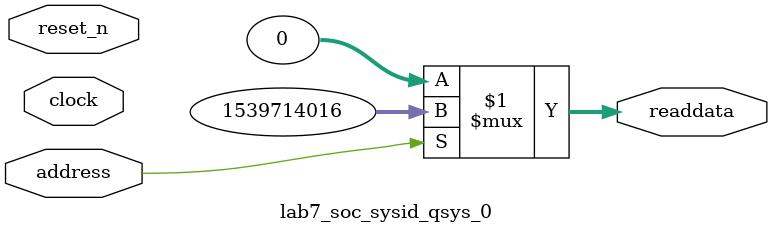
<source format=v>



// synthesis translate_off
`timescale 1ns / 1ps
// synthesis translate_on

// turn off superfluous verilog processor warnings 
// altera message_level Level1 
// altera message_off 10034 10035 10036 10037 10230 10240 10030 

module lab7_soc_sysid_qsys_0 (
               // inputs:
                address,
                clock,
                reset_n,

               // outputs:
                readdata
             )
;

  output  [ 31: 0] readdata;
  input            address;
  input            clock;
  input            reset_n;

  wire    [ 31: 0] readdata;
  //control_slave, which is an e_avalon_slave
  assign readdata = address ? 1539714016 : 0;

endmodule



</source>
